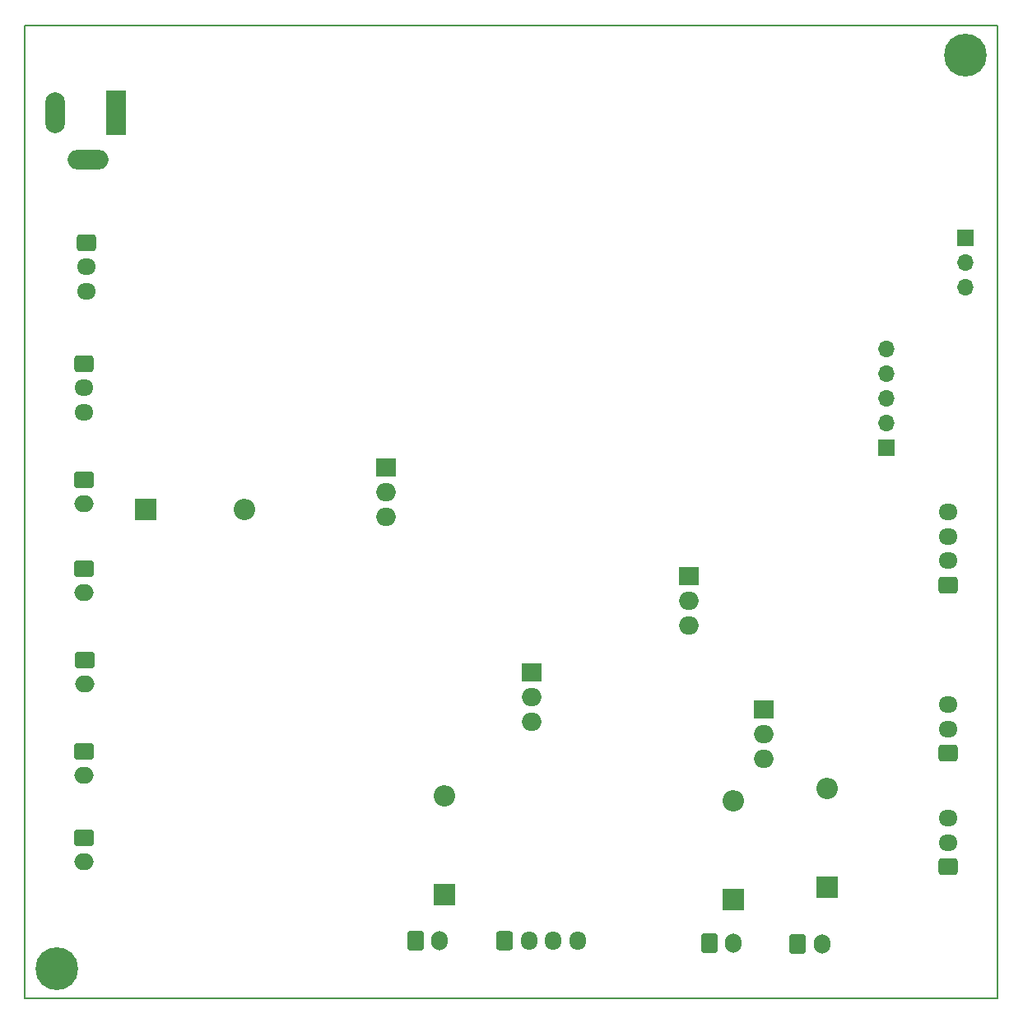
<source format=gbr>
%TF.GenerationSoftware,KiCad,Pcbnew,(6.0.7)*%
%TF.CreationDate,2022-10-25T22:42:20-05:00*%
%TF.ProjectId,embebidos,656d6265-6269-4646-9f73-2e6b69636164,rev?*%
%TF.SameCoordinates,Original*%
%TF.FileFunction,Soldermask,Bot*%
%TF.FilePolarity,Negative*%
%FSLAX46Y46*%
G04 Gerber Fmt 4.6, Leading zero omitted, Abs format (unit mm)*
G04 Created by KiCad (PCBNEW (6.0.7)) date 2022-10-25 22:42:20*
%MOMM*%
%LPD*%
G01*
G04 APERTURE LIST*
G04 Aperture macros list*
%AMRoundRect*
0 Rectangle with rounded corners*
0 $1 Rounding radius*
0 $2 $3 $4 $5 $6 $7 $8 $9 X,Y pos of 4 corners*
0 Add a 4 corners polygon primitive as box body*
4,1,4,$2,$3,$4,$5,$6,$7,$8,$9,$2,$3,0*
0 Add four circle primitives for the rounded corners*
1,1,$1+$1,$2,$3*
1,1,$1+$1,$4,$5*
1,1,$1+$1,$6,$7*
1,1,$1+$1,$8,$9*
0 Add four rect primitives between the rounded corners*
20,1,$1+$1,$2,$3,$4,$5,0*
20,1,$1+$1,$4,$5,$6,$7,0*
20,1,$1+$1,$6,$7,$8,$9,0*
20,1,$1+$1,$8,$9,$2,$3,0*%
G04 Aperture macros list end*
%TA.AperFunction,Profile*%
%ADD10C,0.150000*%
%TD*%
%ADD11R,2.200000X2.200000*%
%ADD12O,2.200000X2.200000*%
%ADD13RoundRect,0.250000X-0.600000X-0.750000X0.600000X-0.750000X0.600000X0.750000X-0.600000X0.750000X0*%
%ADD14O,1.700000X2.000000*%
%ADD15RoundRect,0.250000X-0.725000X0.600000X-0.725000X-0.600000X0.725000X-0.600000X0.725000X0.600000X0*%
%ADD16O,1.950000X1.700000*%
%ADD17R,2.000000X1.905000*%
%ADD18O,2.000000X1.905000*%
%ADD19R,1.700000X1.700000*%
%ADD20O,1.700000X1.700000*%
%ADD21RoundRect,0.250000X0.725000X-0.600000X0.725000X0.600000X-0.725000X0.600000X-0.725000X-0.600000X0*%
%ADD22RoundRect,0.250000X-0.750000X0.600000X-0.750000X-0.600000X0.750000X-0.600000X0.750000X0.600000X0*%
%ADD23O,2.000000X1.700000*%
%ADD24C,2.600000*%
%ADD25C,4.400000*%
%ADD26R,2.000000X4.600000*%
%ADD27O,2.000000X4.200000*%
%ADD28O,4.200000X2.000000*%
%ADD29RoundRect,0.250000X-0.600000X-0.725000X0.600000X-0.725000X0.600000X0.725000X-0.600000X0.725000X0*%
%ADD30O,1.700000X1.950000*%
G04 APERTURE END LIST*
D10*
X53594000Y-41910000D02*
X153670000Y-41910000D01*
X153670000Y-41910000D02*
X153670000Y-141986000D01*
X153670000Y-141986000D02*
X53594000Y-141986000D01*
X53594000Y-141986000D02*
X53594000Y-41910000D01*
D11*
%TO.C,D7*%
X96774000Y-131318000D03*
D12*
X96774000Y-121158000D03*
%TD*%
D13*
%TO.C,Vent1*%
X123972000Y-136352000D03*
D14*
X126472000Y-136352000D03*
%TD*%
D15*
%TO.C,Botones_M1*%
X59690000Y-76708000D03*
D16*
X59690000Y-79208000D03*
X59690000Y-81708000D03*
%TD*%
D13*
%TO.C,Vent2*%
X133096000Y-136398000D03*
D14*
X135596000Y-136398000D03*
%TD*%
D17*
%TO.C,Q2*%
X121920000Y-98552000D03*
D18*
X121920000Y-101092000D03*
X121920000Y-103632000D03*
%TD*%
D13*
%TO.C,Humi1*%
X93746000Y-136098000D03*
D14*
X96246000Y-136098000D03*
%TD*%
D19*
%TO.C,J_I2C1*%
X142158000Y-85364000D03*
D20*
X142158000Y-82824000D03*
X142158000Y-80284000D03*
X142158000Y-77744000D03*
X142158000Y-75204000D03*
%TD*%
D11*
%TO.C,D8*%
X136144000Y-130556000D03*
D12*
X136144000Y-120396000D03*
%TD*%
D21*
%TO.C,DHT11_2*%
X148590000Y-116800000D03*
D16*
X148590000Y-114300000D03*
X148590000Y-111800000D03*
%TD*%
D15*
%TO.C,SE1*%
X59944000Y-64262000D03*
D16*
X59944000Y-66762000D03*
X59944000Y-69262000D03*
%TD*%
D22*
%TO.C,LedRojo1*%
X59736000Y-107208000D03*
D23*
X59736000Y-109708000D03*
%TD*%
D17*
%TO.C,Q3*%
X105735000Y-108458000D03*
D18*
X105735000Y-110998000D03*
X105735000Y-113538000D03*
%TD*%
D24*
%TO.C,REF\u002A\u002A*%
X150368000Y-44958000D03*
D25*
X150368000Y-44958000D03*
%TD*%
D22*
%TO.C,LedVerde1*%
X59690000Y-125476000D03*
D23*
X59690000Y-127976000D03*
%TD*%
D22*
%TO.C,J3*%
X59690000Y-97790000D03*
D23*
X59690000Y-100290000D03*
%TD*%
D22*
%TO.C,Buzzer1*%
X59690000Y-116586000D03*
D23*
X59690000Y-119086000D03*
%TD*%
D24*
%TO.C,REF\u002A\u002A*%
X56896000Y-138938000D03*
D25*
X56896000Y-138938000D03*
%TD*%
D11*
%TO.C,D3*%
X126492000Y-131826000D03*
D12*
X126492000Y-121666000D03*
%TD*%
D11*
%TO.C,D4*%
X66040000Y-91694000D03*
D12*
X76200000Y-91694000D03*
%TD*%
D26*
%TO.C,J2*%
X62992000Y-50912000D03*
D27*
X56692000Y-50912000D03*
D28*
X60092000Y-55712000D03*
%TD*%
D21*
%TO.C,DHT11_1*%
X148544000Y-128484000D03*
D16*
X148544000Y-125984000D03*
X148544000Y-123484000D03*
%TD*%
D21*
%TO.C,Pantalla-I2C1*%
X148544000Y-99508000D03*
D16*
X148544000Y-97008000D03*
X148544000Y-94508000D03*
X148544000Y-92008000D03*
%TD*%
D17*
%TO.C,Q4*%
X90749000Y-87376000D03*
D18*
X90749000Y-89916000D03*
X90749000Y-92456000D03*
%TD*%
D22*
%TO.C,Bomba1*%
X59690000Y-88646000D03*
D23*
X59690000Y-91146000D03*
%TD*%
D29*
%TO.C,HC-SR1*%
X102930000Y-136098000D03*
D30*
X105430000Y-136098000D03*
X107930000Y-136098000D03*
X110430000Y-136098000D03*
%TD*%
D17*
%TO.C,Q5*%
X129611000Y-112268000D03*
D18*
X129611000Y-114808000D03*
X129611000Y-117348000D03*
%TD*%
D19*
%TO.C,J1*%
X150368000Y-63769000D03*
D20*
X150368000Y-66309000D03*
X150368000Y-68849000D03*
%TD*%
M02*

</source>
